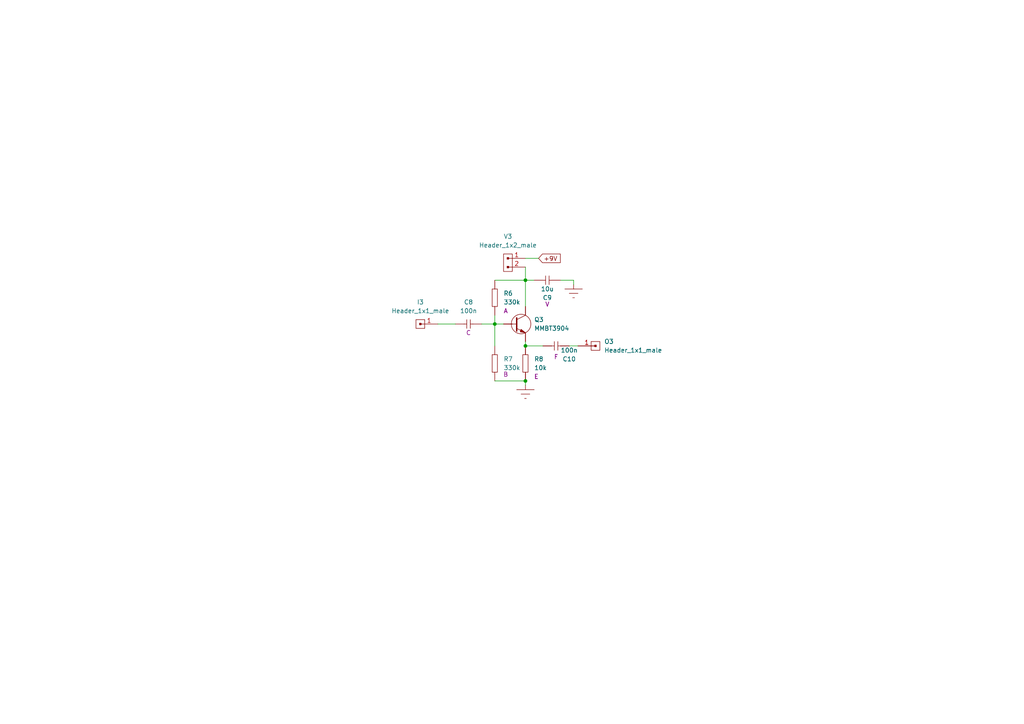
<source format=kicad_sch>
(kicad_sch (version 20211123) (generator eeschema)
  (paper "A4")
  (title_block (title "Emitter follower") (date "2024-04-26") (rev "1") (company "https://github.com/dvhx/ultimate-soldering-exercise"))
  (lib_symbols
    (symbol "dvhx-kicad-library:C" (pin_numbers hide) (pin_names hide)
      (property "Reference" "C" (at 2.286 1.016 0))
      (property "Value" "C" (at 2.286 -1.27 0))
      (symbol "C_0_1"
        (polyline (pts (xy 0 -0.508) (xy 0 -1.27)))
        (polyline (pts (xy 0 1.27) (xy 0 0.508)))
        (polyline (pts (xy 1.27 -0.508) (xy -1.27 -0.508)))
        (polyline (pts (xy 1.27 0.508) (xy -1.27 0.508)))
      )
      (symbol "C_1_1"
        (pin passive line (at 0 3.81 270) (length 2.54) (name "1") (number "1"))
        (pin passive line (at 0 -3.81 90) (length 2.54) (name "2") (number "2"))
      )
    )
    (symbol "dvhx-kicad-library:GND" (power) (pin_numbers hide) (pin_names hide)
      (symbol "GND_0_1"
        (polyline (pts (xy -2.54 -1.27) (xy 2.54 -1.27)))
        (polyline (pts (xy -1.27 -2.54) (xy 1.27 -2.54)))
        (polyline (pts (xy -0.254 -3.81) (xy 0.254 -3.81)))
      )
      (symbol "GND_1_1"
        (pin power_in line (at 0 0 270) (length 1.27) (name "GND") (number "GND"))
      )
    )
    (symbol "dvhx-kicad-library:Header_1x1_male" (pin_names hide)
      (property "Reference" "J" (at -0.254 2.286 0))
      (property "Value" "Header_1x1_male" (at 0 4.191 0))
      (symbol "Header_1x1_male_0_1"
        (rectangle (start -1.27 1.27) (end 1.27 -1.27))
        (rectangle (start -0.254 0.254) (end 0.254 -0.254) (fill (type outline)))
      )
      (symbol "Header_1x1_male_1_1"
        (pin passive line (at -5.08 0 0) (length 5.08) (name "1") (number "1"))
      )
    )
    (symbol "dvhx-kicad-library:Header_1x2_male" (pin_names hide)
      (property "Reference" "J" (at -0.254 2.286 0))
      (property "Value" "Header_1x2_male" (at 0 4.191 0))
      (symbol "Header_1x2_male_0_1"
        (rectangle (start -1.27 1.27) (end 1.27 -3.81))
        (rectangle (start -0.254 -2.286) (end 0.254 -2.794) (fill (type outline)))
        (rectangle (start -0.254 0.254) (end 0.254 -0.254) (fill (type outline)))
      )
      (symbol "Header_1x2_male_1_1"
        (pin passive line (at -5.08 0 0) (length 5.08) (name "1") (number "1"))
        (pin passive line (at -5.08 -2.54 0) (length 5.08) (name "2") (number "2"))
      )
    )
    (symbol "dvhx-kicad-library:NPN" (pin_numbers hide) (pin_names hide)
      (property "Reference" "Q" (at 2.54 1.016 0))
      (property "Value" "NPN" (at 3.81 -1.016 0))
      (symbol "NPN_0_1"
        (circle (center -1.27 0) (radius 2.8398))
        (polyline (pts (xy -3.81 0) (xy -2.54 0)))
        (polyline (pts (xy -2.54 1.778) (xy -2.54 -2.032)) (stroke (width 0.4)))
        (polyline (pts (xy 0 -2.54) (xy -2.54 -1.27)))
        (polyline (pts (xy 0 2.54) (xy -2.54 1.27)))
        (polyline (pts (xy 0 -2.54) (xy -1.524 -2.286) (xy -1.27 -1.524) (xy 0 -2.54)) (fill (type outline)))
      )
      (symbol "NPN_1_1"
        (pin input line (at -6.35 0 0) (length 2.54) (name "B") (number "B"))
        (pin passive line (at 0 5.08 270) (length 2.54) (name "C") (number "C"))
        (pin passive line (at 0 -5.08 90) (length 2.54) (name "E") (number "E"))
      )
    )
    (symbol "dvhx-kicad-library:R" (pin_numbers hide) (pin_names hide)
      (property "Reference" "R" (at 2.032 1.016 0))
      (property "Value" "R" (at 2.032 -1.016 0))
      (symbol "R_0_1"
        (polyline (pts (xy -0.762 2.54) (xy 0.762 2.54) (xy 0.762 -2.54) (xy -0.762 -2.54) (xy -0.762 2.54)))
      )
      (symbol "R_1_1"
        (pin passive line (at 0 5.08 270) (length 2.54) (name "1") (number "1"))
        (pin passive line (at 0 -5.08 90) (length 2.54) (name "2") (number "2"))
      )
    )
  )
  (junction (at 152.4 100.33))
  (junction (at 152.4 81.28))
  (junction (at 143.51 93.98))
  (junction (at 152.4 110.49))
  (wire (pts (xy 165.1 100.33) (xy 167.64 100.33)))
  (wire (pts (xy 143.51 110.49) (xy 152.4 110.49)))
  (wire (pts (xy 143.51 81.28) (xy 152.4 81.28)))
  (wire (pts (xy 152.4 110.49) (xy 152.4 111.76)))
  (wire (pts (xy 162.56 81.28) (xy 166.37 81.28)))
  (wire (pts (xy 152.4 100.33) (xy 157.48 100.33)))
  (wire (pts (xy 143.51 91.44) (xy 143.51 93.98)))
  (wire (pts (xy 152.4 81.28) (xy 152.4 88.9)))
  (wire (pts (xy 166.37 81.28) (xy 166.37 82.55)))
  (wire (pts (xy 143.51 93.98) (xy 146.05 93.98)))
  (wire (pts (xy 152.4 77.47) (xy 152.4 81.28)))
  (wire (pts (xy 143.51 93.98) (xy 143.51 100.33)))
  (wire (pts (xy 152.4 81.28) (xy 154.94 81.28)))
  (wire (pts (xy 152.4 74.93) (xy 156.21 74.93)))
  (wire (pts (xy 152.4 99.06) (xy 152.4 100.33)))
  (wire (pts (xy 127 93.98) (xy 132.08 93.98)))
  (wire (pts (xy 139.7 93.98) (xy 143.51 93.98)))
  (global_label "+9V" (shape input) (at 156.21 74.93 0) (property "Intersheet References" "${INTERSHEET_REFS}" (effects hide)))
  (symbol (lib_id "dvhx-kicad-library:C") (at 161.29 100.33 90) (unit 1)
    (property "Reference" "C10" (at 165.1 104.14 90))
    (property "Value" "100n" (at 165.1 101.6 90))
    (property "Footprint" "dvhx-kicad-library:Capacitor_0805" (effects hide))
    (property "Field4" "F" (at 161.29 103.505 90))
  )
  (symbol (lib_id "dvhx-kicad-library:R") (at 152.4 105.41 0) (unit 1)
    (property "Reference" "R8" (at 154.94 104.1399 0) (effects (justify left)))
    (property "Value" "10k" (at 154.94 106.6799 0) (effects (justify left)))
    (property "Footprint" "dvhx-kicad-library:Resistor_0805" (effects hide))
    (property "Field4" "E" (at 155.575 109.22 0))
  )
  (symbol (lib_id "dvhx-kicad-library:R") (at 143.51 105.41 0) (unit 1)
    (property "Reference" "R7" (at 146.05 104.1399 0) (effects (justify left)))
    (property "Value" "330k" (at 146.05 106.6799 0) (effects (justify left)))
    (property "Footprint" "dvhx-kicad-library:Resistor_0805" (effects hide))
    (property "Field4" "B" (at 146.685 108.585 0))
  )
  (symbol (lib_id "dvhx-kicad-library:GND") (at 166.37 82.55 0) (unit 1)
    (property "Reference" "#GND08" (effects hide))
    (property "Value" "GND" (effects hide))
  )
  (symbol (lib_id "dvhx-kicad-library:R") (at 143.51 86.36 0) (unit 1)
    (property "Reference" "R6" (at 146.05 85.0899 0) (effects (justify left)))
    (property "Value" "330k" (at 146.05 87.6299 0) (effects (justify left)))
    (property "Footprint" "dvhx-kicad-library:Resistor_0805" (effects hide))
    (property "A" "A" (at 146.685 90.17 0))
  )
  (symbol (lib_id "dvhx-kicad-library:C") (at 158.75 81.28 270) (unit 1)
    (property "Reference" "C9" (at 158.75 86.36 90))
    (property "Value" "10u" (at 158.75 83.82 90))
    (property "Footprint" "dvhx-kicad-library:Capacitor_0805" (effects hide))
    (property "V" "V" (at 158.75 88.265 90))
  )
  (symbol (lib_id "dvhx-kicad-library:GND") (at 152.4 111.76 0) (unit 1)
    (property "Reference" "#GND07" (effects hide))
    (property "Value" "GND" (effects hide))
  )
  (symbol (lib_id "dvhx-kicad-library:C") (at 135.89 93.98 90) (unit 1)
    (property "Reference" "C8" (at 135.89 87.63 90))
    (property "Value" "100n" (at 135.89 90.17 90))
    (property "Footprint" "dvhx-kicad-library:Capacitor_0805" (effects hide))
    (property "Field4" "C" (at 135.89 96.52 90))
  )
  (symbol (lib_id "dvhx-kicad-library:Header_1x1_male") (at 121.92 93.98 180) (unit 1)
    (property "Reference" "I3" (at 121.92 87.63 0))
    (property "Value" "Header_1x1_male" (at 121.92 90.17 0))
    (property "Footprint" "dvhx-kicad-library:Header_1x1_male_upright" (effects hide))
  )
  (symbol (lib_id "dvhx-kicad-library:NPN") (at 152.4 93.98 0) (unit 1)
    (property "Reference" "Q3" (at 154.94 92.7099 0) (effects (justify left)))
    (property "Value" "MMBT3904" (at 154.94 95.2499 0) (effects (justify left)))
    (property "Footprint" "dvhx-kicad-library:SOT23-BEC" (effects hide))
  )
  (symbol (lib_id "dvhx-kicad-library:Header_1x1_male") (at 172.72 100.33 0) (unit 1)
    (property "Reference" "O3" (at 175.26 99.0599 0) (effects (justify left)))
    (property "Value" "Header_1x1_male" (at 175.26 101.5999 0) (effects (justify left)))
    (property "Footprint" "dvhx-kicad-library:Header_1x1_male_upright" (effects hide))
  )
  (symbol (lib_id "dvhx-kicad-library:Header_1x2_male") (at 147.32 74.93 0) (mirror y) (unit 1)
    (property "Reference" "V3" (at 147.32 68.58 0))
    (property "Value" "Header_1x2_male" (at 147.32 71.12 0))
    (property "Footprint" "dvhx-kicad-library:Header_1x2_male_upright" (effects hide))
  )
)
</source>
